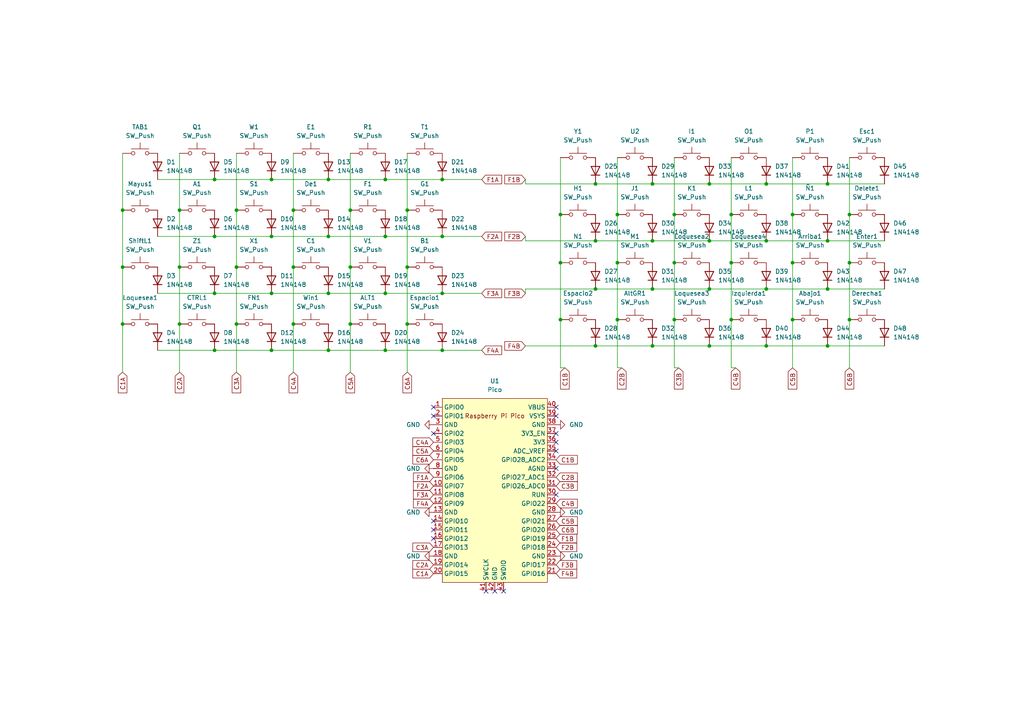
<source format=kicad_sch>
(kicad_sch (version 20231120) (generator "eeschema") (generator_version "8.0")
  (paper "A4")
  (title_block (title "ButtonBlaster Keypad") (date "2025-02-19") (rev "1"))
  (lib_symbols
    (symbol "Diode:1N4148" (pin_numbers hide) (pin_names hide)
      (property "Reference" "D" (at 0 2.54 0))
      (property "Value" "1N4148" (at 0 -2.54 0))
      (symbol "1N4148_1_1"
        (pin passive line (at -3.81 0 0) (length 2.54) (name "K") (number "1"))
        (pin passive line (at 3.81 0 180) (length 2.54) (name "A") (number "2"))
      )
    )
    (symbol "MCU_RaspberryPi_and_Boards:Pico"
      (property "Reference" "U" (at -13.97 27.94 0))
      (property "Value" "Pico" (at 0 19.05 0))
      (symbol "Pico_0_0"
        (text "Raspberry Pi Pico" (at 0 21.59 0) (effects (font (size 1.27 1.27))))
      )
      (symbol "Pico_1_1"
        (pin bidirectional line (at -17.78 24.13 0) (length 2.54) (name "GPIO0") (number "1"))
        (pin bidirectional line (at -17.78 1.27 0) (length 2.54) (name "GPIO7") (number "10"))
        (pin bidirectional line (at -17.78 -1.27 0) (length 2.54) (name "GPIO8") (number "11"))
        (pin bidirectional line (at -17.78 -3.81 0) (length 2.54) (name "GPIO9") (number "12"))
        (pin power_in line (at -17.78 -6.35 0) (length 2.54) (name "GND") (number "13"))
        (pin bidirectional line (at -17.78 -8.89 0) (length 2.54) (name "GPIO10") (number "14"))
        (pin bidirectional line (at -17.78 -11.43 0) (length 2.54) (name "GPIO11") (number "15"))
        (pin bidirectional line (at -17.78 -13.97 0) (length 2.54) (name "GPIO12") (number "16"))
        (pin bidirectional line (at -17.78 -16.51 0) (length 2.54) (name "GPIO13") (number "17"))
        (pin power_in line (at -17.78 -19.05 0) (length 2.54) (name "GND") (number "18"))
        (pin bidirectional line (at -17.78 -21.59 0) (length 2.54) (name "GPIO14") (number "19"))
        (pin bidirectional line (at -17.78 21.59 0) (length 2.54) (name "GPIO1") (number "2"))
        (pin bidirectional line (at -17.78 -24.13 0) (length 2.54) (name "GPIO15") (number "20"))
        (pin bidirectional line (at 17.78 -24.13 180) (length 2.54) (name "GPIO16") (number "21"))
        (pin bidirectional line (at 17.78 -21.59 180) (length 2.54) (name "GPIO17") (number "22"))
        (pin power_in line (at 17.78 -19.05 180) (length 2.54) (name "GND") (number "23"))
        (pin bidirectional line (at 17.78 -16.51 180) (length 2.54) (name "GPIO18") (number "24"))
        (pin bidirectional line (at 17.78 -13.97 180) (length 2.54) (name "GPIO19") (number "25"))
        (pin bidirectional line (at 17.78 -11.43 180) (length 2.54) (name "GPIO20") (number "26"))
        (pin bidirectional line (at 17.78 -8.89 180) (length 2.54) (name "GPIO21") (number "27"))
        (pin power_in line (at 17.78 -6.35 180) (length 2.54) (name "GND") (number "28"))
        (pin bidirectional line (at 17.78 -3.81 180) (length 2.54) (name "GPIO22") (number "29"))
        (pin power_in line (at -17.78 19.05 0) (length 2.54) (name "GND") (number "3"))
        (pin input line (at 17.78 -1.27 180) (length 2.54) (name "RUN") (number "30"))
        (pin bidirectional line (at 17.78 1.27 180) (length 2.54) (name "GPIO26_ADC0") (number "31"))
        (pin bidirectional line (at 17.78 3.81 180) (length 2.54) (name "GPIO27_ADC1") (number "32"))
        (pin power_in line (at 17.78 6.35 180) (length 2.54) (name "AGND") (number "33"))
        (pin bidirectional line (at 17.78 8.89 180) (length 2.54) (name "GPIO28_ADC2") (number "34"))
        (pin power_in line (at 17.78 11.43 180) (length 2.54) (name "ADC_VREF") (number "35"))
        (pin power_in line (at 17.78 13.97 180) (length 2.54) (name "3V3") (number "36"))
        (pin input line (at 17.78 16.51 180) (length 2.54) (name "3V3_EN") (number "37"))
        (pin bidirectional line (at 17.78 19.05 180) (length 2.54) (name "GND") (number "38"))
        (pin power_in line (at 17.78 21.59 180) (length 2.54) (name "VSYS") (number "39"))
        (pin bidirectional line (at -17.78 16.51 0) (length 2.54) (name "GPIO2") (number "4"))
        (pin power_in line (at 17.78 24.13 180) (length 2.54) (name "VBUS") (number "40"))
        (pin input line (at -2.54 -29.21 90) (length 2.54) (name "SWCLK") (number "41"))
        (pin power_in line (at 0 -29.21 90) (length 2.54) (name "GND") (number "42"))
        (pin bidirectional line (at 2.54 -29.21 90) (length 2.54) (name "SWDIO") (number "43"))
        (pin bidirectional line (at -17.78 13.97 0) (length 2.54) (name "GPIO3") (number "5"))
        (pin bidirectional line (at -17.78 11.43 0) (length 2.54) (name "GPIO4") (number "6"))
        (pin bidirectional line (at -17.78 8.89 0) (length 2.54) (name "GPIO5") (number "7"))
        (pin power_in line (at -17.78 6.35 0) (length 2.54) (name "GND") (number "8"))
        (pin bidirectional line (at -17.78 3.81 0) (length 2.54) (name "GPIO6") (number "9"))
      )
    )
    (symbol "Switch:SW_Push" (pin_numbers hide) (pin_names (offset 1.016) hide)
      (property "Reference" "SW" (at 1.27 2.54 0))
      (property "Value" "SW_Push" (at 0 -1.524 0))
      (symbol "SW_Push_0_1"
        (pin passive line (at -5.08 0 0) (length 2.54) (name "1") (number "1"))
        (pin passive line (at 5.08 0 180) (length 2.54) (name "2") (number "2"))
      )
    )
    (symbol "power:GND" (power) (pin_numbers hide) (pin_names (offset 0) hide)
      (property "Value" "GND" (at 0 -3.81 0))
      (symbol "GND_1_1"
        (pin power_in line (at 0 0 270) (length 0) (name "~") (number "1"))
      )
    )
  )
  (junction (at 95.25 101.6))
  (junction (at 52.07 60.96))
  (junction (at 212.09 92.71))
  (junction (at 128.27 68.58))
  (junction (at 229.87 76.2))
  (junction (at 246.38 92.71))
  (junction (at 205.74 100.33))
  (junction (at 35.56 60.96))
  (junction (at 172.72 83.82))
  (junction (at 195.58 76.2))
  (junction (at 78.74 101.6))
  (junction (at 62.23 101.6))
  (junction (at 179.07 62.23))
  (junction (at 172.72 53.34))
  (junction (at 205.74 69.85))
  (junction (at 189.23 53.34))
  (junction (at 52.07 93.98))
  (junction (at 101.6 60.96))
  (junction (at 111.76 52.07))
  (junction (at 195.58 92.71))
  (junction (at 205.74 83.82))
  (junction (at 179.07 76.2))
  (junction (at 85.09 93.98))
  (junction (at 195.58 62.23))
  (junction (at 240.03 83.82))
  (junction (at 189.23 83.82))
  (junction (at 85.09 60.96))
  (junction (at 118.11 77.47))
  (junction (at 35.56 93.98))
  (junction (at 111.76 101.6))
  (junction (at 222.25 53.34))
  (junction (at 229.87 62.23))
  (junction (at 111.76 85.09))
  (junction (at 128.27 101.6))
  (junction (at 222.25 83.82))
  (junction (at 212.09 62.23))
  (junction (at 68.58 93.98))
  (junction (at 78.74 68.58))
  (junction (at 222.25 100.33))
  (junction (at 229.87 92.71))
  (junction (at 128.27 52.07))
  (junction (at 111.76 68.58))
  (junction (at 118.11 93.98))
  (junction (at 95.25 52.07))
  (junction (at 35.56 77.47))
  (junction (at 95.25 68.58))
  (junction (at 128.27 85.09))
  (junction (at 172.72 69.85))
  (junction (at 52.07 77.47))
  (junction (at 212.09 76.2))
  (junction (at 68.58 60.96))
  (junction (at 101.6 93.98))
  (junction (at 246.38 62.23))
  (junction (at 68.58 77.47))
  (junction (at 179.07 92.71))
  (junction (at 162.56 92.71))
  (junction (at 172.72 100.33))
  (junction (at 162.56 76.2))
  (junction (at 62.23 85.09))
  (junction (at 246.38 76.2))
  (junction (at 78.74 52.07))
  (junction (at 189.23 100.33))
  (junction (at 240.03 53.34))
  (junction (at 62.23 52.07))
  (junction (at 189.23 69.85))
  (junction (at 118.11 60.96))
  (junction (at 101.6 77.47))
  (junction (at 240.03 69.85))
  (junction (at 162.56 62.23))
  (junction (at 205.74 53.34))
  (junction (at 78.74 85.09))
  (junction (at 222.25 69.85))
  (junction (at 85.09 77.47))
  (junction (at 62.23 68.58))
  (junction (at 95.25 85.09))
  (junction (at 240.03 100.33))
  (no_connect (at 161.29 143.51))
  (no_connect (at 161.29 125.73))
  (no_connect (at 161.29 128.27))
  (no_connect (at 125.73 156.21))
  (no_connect (at 161.29 130.81))
  (no_connect (at 140.97 171.45))
  (no_connect (at 143.51 171.45))
  (no_connect (at 161.29 120.65))
  (no_connect (at 125.73 125.73))
  (no_connect (at 161.29 135.89))
  (no_connect (at 125.73 118.11))
  (no_connect (at 161.29 118.11))
  (no_connect (at 125.73 120.65))
  (no_connect (at 146.05 171.45))
  (no_connect (at 125.73 153.67))
  (no_connect (at 125.73 151.13))
  (wire (pts (xy 195.58 92.71) (xy 195.58 106.68)))
  (wire (pts (xy 78.74 68.58) (xy 95.25 68.58)))
  (wire (pts (xy 85.09 60.96) (xy 85.09 77.47)))
  (wire (pts (xy 162.56 62.23) (xy 162.56 76.2)))
  (wire (pts (xy 95.25 52.07) (xy 111.76 52.07)))
  (wire (pts (xy 246.38 76.2) (xy 246.38 92.71)))
  (wire (pts (xy 52.07 77.47) (xy 52.07 93.98)))
  (wire (pts (xy 68.58 93.98) (xy 68.58 107.95)))
  (wire (pts (xy 45.72 52.07) (xy 62.23 52.07)))
  (wire (pts (xy 52.07 60.96) (xy 52.07 77.47)))
  (wire (pts (xy 162.56 76.2) (xy 162.56 92.71)))
  (wire (pts (xy 128.27 68.58) (xy 139.7 68.58)))
  (wire (pts (xy 68.58 60.96) (xy 68.58 77.47)))
  (wire (pts (xy 195.58 106.68) (xy 196.85 106.68)))
  (wire (pts (xy 222.25 100.33) (xy 240.03 100.33)))
  (wire (pts (xy 35.56 77.47) (xy 35.56 93.98)))
  (wire (pts (xy 152.4 100.33) (xy 172.72 100.33)))
  (wire (pts (xy 172.72 53.34) (xy 189.23 53.34)))
  (wire (pts (xy 101.6 77.47) (xy 101.6 93.98)))
  (wire (pts (xy 62.23 52.07) (xy 78.74 52.07)))
  (wire (pts (xy 172.72 69.85) (xy 152.4 69.85)))
  (wire (pts (xy 189.23 100.33) (xy 205.74 100.33)))
  (wire (pts (xy 189.23 53.34) (xy 205.74 53.34)))
  (wire (pts (xy 45.72 68.58) (xy 62.23 68.58)))
  (wire (pts (xy 172.72 53.34) (xy 152.4 53.34)))
  (wire (pts (xy 62.23 101.6) (xy 78.74 101.6)))
  (wire (pts (xy 35.56 93.98) (xy 35.56 107.95)))
  (wire (pts (xy 162.56 92.71) (xy 162.56 106.68)))
  (wire (pts (xy 101.6 93.98) (xy 101.6 107.95)))
  (wire (pts (xy 240.03 69.85) (xy 256.54 69.85)))
  (wire (pts (xy 128.27 101.6) (xy 139.7 101.6)))
  (wire (pts (xy 152.4 83.82) (xy 152.4 85.09)))
  (wire (pts (xy 212.09 76.2) (xy 212.09 92.71)))
  (wire (pts (xy 101.6 60.96) (xy 101.6 77.47)))
  (wire (pts (xy 212.09 45.72) (xy 212.09 62.23)))
  (wire (pts (xy 195.58 45.72) (xy 195.58 62.23)))
  (wire (pts (xy 118.11 44.45) (xy 118.11 60.96)))
  (wire (pts (xy 111.76 68.58) (xy 128.27 68.58)))
  (wire (pts (xy 222.25 69.85) (xy 240.03 69.85)))
  (wire (pts (xy 152.4 53.34) (xy 152.4 52.07)))
  (wire (pts (xy 52.07 44.45) (xy 52.07 60.96)))
  (wire (pts (xy 118.11 93.98) (xy 118.11 107.95)))
  (wire (pts (xy 172.72 69.85) (xy 189.23 69.85)))
  (wire (pts (xy 229.87 92.71) (xy 229.87 106.68)))
  (wire (pts (xy 111.76 52.07) (xy 128.27 52.07)))
  (wire (pts (xy 179.07 76.2) (xy 179.07 92.71)))
  (wire (pts (xy 195.58 76.2) (xy 195.58 92.71)))
  (wire (pts (xy 172.72 83.82) (xy 189.23 83.82)))
  (wire (pts (xy 111.76 101.6) (xy 128.27 101.6)))
  (wire (pts (xy 229.87 62.23) (xy 229.87 76.2)))
  (wire (pts (xy 179.07 62.23) (xy 179.07 76.2)))
  (wire (pts (xy 240.03 53.34) (xy 256.54 53.34)))
  (wire (pts (xy 229.87 76.2) (xy 229.87 92.71)))
  (wire (pts (xy 212.09 92.71) (xy 212.09 106.68)))
  (wire (pts (xy 85.09 44.45) (xy 85.09 60.96)))
  (wire (pts (xy 111.76 85.09) (xy 128.27 85.09)))
  (wire (pts (xy 205.74 69.85) (xy 222.25 69.85)))
  (wire (pts (xy 62.23 68.58) (xy 78.74 68.58)))
  (wire (pts (xy 52.07 93.98) (xy 52.07 107.95)))
  (wire (pts (xy 179.07 106.68) (xy 180.34 106.68)))
  (wire (pts (xy 95.25 68.58) (xy 111.76 68.58)))
  (wire (pts (xy 118.11 60.96) (xy 118.11 77.47)))
  (wire (pts (xy 68.58 77.47) (xy 68.58 93.98)))
  (wire (pts (xy 85.09 93.98) (xy 85.09 107.95)))
  (wire (pts (xy 240.03 83.82) (xy 256.54 83.82)))
  (wire (pts (xy 128.27 85.09) (xy 139.7 85.09)))
  (wire (pts (xy 205.74 100.33) (xy 222.25 100.33)))
  (wire (pts (xy 101.6 44.45) (xy 101.6 60.96)))
  (wire (pts (xy 62.23 85.09) (xy 78.74 85.09)))
  (wire (pts (xy 95.25 101.6) (xy 111.76 101.6)))
  (wire (pts (xy 229.87 45.72) (xy 229.87 62.23)))
  (wire (pts (xy 179.07 45.72) (xy 179.07 62.23)))
  (wire (pts (xy 212.09 106.68) (xy 213.36 106.68)))
  (wire (pts (xy 85.09 77.47) (xy 85.09 93.98)))
  (wire (pts (xy 195.58 62.23) (xy 195.58 76.2)))
  (wire (pts (xy 152.4 68.58) (xy 152.4 69.85)))
  (wire (pts (xy 172.72 100.33) (xy 189.23 100.33)))
  (wire (pts (xy 246.38 92.71) (xy 246.38 106.68)))
  (wire (pts (xy 246.38 62.23) (xy 246.38 76.2)))
  (wire (pts (xy 212.09 62.23) (xy 212.09 76.2)))
  (wire (pts (xy 45.72 85.09) (xy 62.23 85.09)))
  (wire (pts (xy 179.07 92.71) (xy 179.07 106.68)))
  (wire (pts (xy 128.27 52.07) (xy 139.7 52.07)))
  (wire (pts (xy 240.03 100.33) (xy 256.54 100.33)))
  (wire (pts (xy 78.74 101.6) (xy 95.25 101.6)))
  (wire (pts (xy 35.56 44.45) (xy 35.56 60.96)))
  (wire (pts (xy 95.25 85.09) (xy 111.76 85.09)))
  (wire (pts (xy 189.23 83.82) (xy 205.74 83.82)))
  (wire (pts (xy 222.25 53.34) (xy 240.03 53.34)))
  (wire (pts (xy 246.38 45.72) (xy 246.38 62.23)))
  (wire (pts (xy 162.56 106.68) (xy 163.83 106.68)))
  (wire (pts (xy 172.72 83.82) (xy 152.4 83.82)))
  (wire (pts (xy 162.56 45.72) (xy 162.56 62.23)))
  (wire (pts (xy 45.72 101.6) (xy 62.23 101.6)))
  (wire (pts (xy 78.74 52.07) (xy 95.25 52.07)))
  (wire (pts (xy 189.23 69.85) (xy 205.74 69.85)))
  (wire (pts (xy 78.74 85.09) (xy 95.25 85.09)))
  (wire (pts (xy 118.11 77.47) (xy 118.11 93.98)))
  (wire (pts (xy 205.74 53.34) (xy 222.25 53.34)))
  (wire (pts (xy 205.74 83.82) (xy 222.25 83.82)))
  (wire (pts (xy 222.25 83.82) (xy 240.03 83.82)))
  (wire (pts (xy 68.58 44.45) (xy 68.58 60.96)))
  (wire (pts (xy 35.56 60.96) (xy 35.56 77.47)))
  (global_label "C5A" (shape input) (at 101.6 107.95 270) (property "Intersheetrefs" "${INTERSHEET_REFS}" (effects (hide yes))))
  (global_label "F3A" (shape input) (at 139.7 85.09 0) (property "Intersheetrefs" "${INTERSHEET_REFS}" (effects (hide yes))))
  (global_label "C1B" (shape input) (at 163.83 106.68 270) (property "Intersheetrefs" "${INTERSHEET_REFS}" (effects (hide yes))))
  (global_label "F4B" (shape input) (at 152.4 100.33 180) (property "Intersheetrefs" "${INTERSHEET_REFS}" (effects (hide yes))))
  (global_label "F1B" (shape input) (at 152.4 52.07 180) (property "Intersheetrefs" "${INTERSHEET_REFS}" (effects (hide yes))))
  (global_label "F3B" (shape input) (at 152.4 85.09 180) (property "Intersheetrefs" "${INTERSHEET_REFS}" (effects (hide yes))))
  (global_label "F4A" (shape input) (at 125.73 146.05 180) (property "Intersheetrefs" "${INTERSHEET_REFS}" (effects (hide yes))))
  (global_label "C3B" (shape input) (at 196.85 106.68 270) (property "Intersheetrefs" "${INTERSHEET_REFS}" (effects (hide yes))))
  (global_label "F4B" (shape input) (at 161.29 166.37 0) (property "Intersheetrefs" "${INTERSHEET_REFS}" (effects (hide yes))))
  (global_label "F3B" (shape input) (at 161.29 163.83 0) (property "Intersheetrefs" "${INTERSHEET_REFS}" (effects (hide yes))))
  (global_label "C4A" (shape input) (at 85.09 107.95 270) (property "Intersheetrefs" "${INTERSHEET_REFS}" (effects (hide yes))))
  (global_label "C2A" (shape input) (at 52.07 107.95 270) (property "Intersheetrefs" "${INTERSHEET_REFS}" (effects (hide yes))))
  (global_label "C2B" (shape input) (at 180.34 106.68 270) (property "Intersheetrefs" "${INTERSHEET_REFS}" (effects (hide yes))))
  (global_label "C3A" (shape input) (at 68.58 107.95 270) (property "Intersheetrefs" "${INTERSHEET_REFS}" (effects (hide yes))))
  (global_label "C3B" (shape input) (at 161.29 140.97 0) (property "Intersheetrefs" "${INTERSHEET_REFS}" (effects (hide yes))))
  (global_label "C3A" (shape input) (at 125.73 158.75 180) (property "Intersheetrefs" "${INTERSHEET_REFS}" (effects (hide yes))))
  (global_label "C5B" (shape input) (at 229.87 106.68 270) (property "Intersheetrefs" "${INTERSHEET_REFS}" (effects (hide yes))))
  (global_label "C4B" (shape input) (at 161.29 146.05 0) (property "Intersheetrefs" "${INTERSHEET_REFS}" (effects (hide yes))))
  (global_label "C4A" (shape input) (at 125.73 128.27 180) (property "Intersheetrefs" "${INTERSHEET_REFS}" (effects (hide yes))))
  (global_label "F1A" (shape input) (at 125.73 138.43 180) (property "Intersheetrefs" "${INTERSHEET_REFS}" (effects (hide yes))))
  (global_label "C2B" (shape input) (at 161.29 138.43 0) (property "Intersheetrefs" "${INTERSHEET_REFS}" (effects (hide yes))))
  (global_label "C1A" (shape input) (at 35.56 107.95 270) (property "Intersheetrefs" "${INTERSHEET_REFS}" (effects (hide yes))))
  (global_label "F2B" (shape input) (at 152.4 68.58 180) (property "Intersheetrefs" "${INTERSHEET_REFS}" (effects (hide yes))))
  (global_label "C1B" (shape input) (at 161.29 133.35 0) (property "Intersheetrefs" "${INTERSHEET_REFS}" (effects (hide yes))))
  (global_label "C6B" (shape input) (at 246.38 106.68 270) (property "Intersheetrefs" "${INTERSHEET_REFS}" (effects (hide yes))))
  (global_label "C2A" (shape input) (at 125.73 163.83 180) (property "Intersheetrefs" "${INTERSHEET_REFS}" (effects (hide yes))))
  (global_label "F1A" (shape input) (at 139.7 52.07 0) (property "Intersheetrefs" "${INTERSHEET_REFS}" (effects (hide yes))))
  (global_label "F1B" (shape input) (at 161.29 156.21 0) (property "Intersheetrefs" "${INTERSHEET_REFS}" (effects (hide yes))))
  (global_label "C5B" (shape input) (at 161.29 151.13 0) (property "Intersheetrefs" "${INTERSHEET_REFS}" (effects (hide yes))))
  (global_label "C1A" (shape input) (at 125.73 166.37 180) (property "Intersheetrefs" "${INTERSHEET_REFS}" (effects (hide yes))))
  (global_label "F3A" (shape input) (at 125.73 143.51 180) (property "Intersheetrefs" "${INTERSHEET_REFS}" (effects (hide yes))))
  (global_label "F2A" (shape input) (at 139.7 68.58 0) (property "Intersheetrefs" "${INTERSHEET_REFS}" (effects (hide yes))))
  (global_label "C6B" (shape input) (at 161.29 153.67 0) (property "Intersheetrefs" "${INTERSHEET_REFS}" (effects (hide yes))))
  (global_label "C6A" (shape input) (at 125.73 133.35 180) (property "Intersheetrefs" "${INTERSHEET_REFS}" (effects (hide yes))))
  (global_label "C5A" (shape input) (at 125.73 130.81 180) (property "Intersheetrefs" "${INTERSHEET_REFS}" (effects (hide yes))))
  (global_label "F2B" (shape input) (at 161.29 158.75 0) (property "Intersheetrefs" "${INTERSHEET_REFS}" (effects (hide yes))))
  (global_label "C6A" (shape input) (at 118.11 107.95 270) (property "Intersheetrefs" "${INTERSHEET_REFS}" (effects (hide yes))))
  (global_label "C4B" (shape input) (at 213.36 106.68 270) (property "Intersheetrefs" "${INTERSHEET_REFS}" (effects (hide yes))))
  (global_label "F2A" (shape input) (at 125.73 140.97 180) (property "Intersheetrefs" "${INTERSHEET_REFS}" (effects (hide yes))))
  (global_label "F4A" (shape input) (at 139.7 101.6 0) (property "Intersheetrefs" "${INTERSHEET_REFS}" (effects (hide yes))))
  (symbol (lib_id "Switch:SW_Push") (at 200.66 62.23 0) (unit 1)
    (property "Reference" "K1" (at 200.66 54.61 0))
    (property "Value" "SW_Push" (at 200.66 57.15 0))
    (property "Footprint" "Button_Switch_Keyboard:SW_Cherry_MX_1.00u_PCB" (effects (hide yes)))
    (property "Description" "Push button switch, generic, two pins" (effects (hide yes)))
  )
  (symbol (lib_id "Switch:SW_Push") (at 40.64 60.96 0) (unit 1)
    (property "Reference" "Mayus1" (at 40.64 53.34 0))
    (property "Value" "SW_Push" (at 40.64 55.88 0))
    (property "Footprint" "Button_Switch_Keyboard:SW_Cherry_MX_1.00u_PCB" (effects (hide yes)))
    (property "Description" "Push button switch, generic, two pins" (effects (hide yes)))
  )
  (symbol (lib_id "Switch:SW_Push") (at 167.64 92.71 0) (unit 1)
    (property "Reference" "Espacio2" (at 167.64 85.09 0))
    (property "Value" "SW_Push" (at 167.64 87.63 0))
    (property "Footprint" "Button_Switch_Keyboard:SW_Cherry_MX_1.00u_PCB" (effects (hide yes)))
    (property "Description" "Push button switch, generic, two pins" (effects (hide yes)))
  )
  (symbol (lib_id "Diode:1N4148") (at 189.23 96.52 90) (unit 1)
    (property "Reference" "D32" (at 191.77 95.2499 90) (effects (justify right)))
    (property "Value" "1N4148" (at 191.77 97.7899 90) (effects (justify right)))
    (property "Footprint" "Diode_THT:D_DO-35_SOD27_P7.62mm_Horizontal" (effects (hide yes)))
    (property "Datasheet" "https://assets.nexperia.com/documents/data-sheet/1N4148_1N4448.pdf" (effects (hide yes)))
    (property "Description" "100V 0.15A standard switching diode, DO-35" (effects (hide yes)))
    (property "Sim.Device" "D" (effects (hide yes)))
    (property "Sim.Pins" "1=K 2=A" (effects (hide yes)))
  )
  (symbol (lib_id "power:GND") (at 125.73 161.29 270) (unit 1)
    (property "Reference" "#PWR04" (effects (hide yes)))
    (property "Value" "GND" (at 121.92 161.2899 90) (effects (justify right)))
    (property "Description" "Power symbol creates a global label with name \"GND\" , ground" (effects (hide yes)))
  )
  (symbol (lib_id "Diode:1N4148") (at 256.54 49.53 90) (unit 1)
    (property "Reference" "D45" (at 259.08 48.2599 90) (effects (justify right)))
    (property "Value" "1N4148" (at 259.08 50.7999 90) (effects (justify right)))
    (property "Footprint" "Diode_THT:D_DO-35_SOD27_P7.62mm_Horizontal" (effects (hide yes)))
    (property "Datasheet" "https://assets.nexperia.com/documents/data-sheet/1N4148_1N4448.pdf" (effects (hide yes)))
    (property "Description" "100V 0.15A standard switching diode, DO-35" (effects (hide yes)))
    (property "Sim.Device" "D" (effects (hide yes)))
    (property "Sim.Pins" "1=K 2=A" (effects (hide yes)))
  )
  (symbol (lib_id "Switch:SW_Push") (at 123.19 60.96 0) (unit 1)
    (property "Reference" "G1" (at 123.19 53.34 0))
    (property "Value" "SW_Push" (at 123.19 55.88 0))
    (property "Footprint" "Button_Switch_Keyboard:SW_Cherry_MX_1.00u_PCB" (effects (hide yes)))
    (property "Description" "Push button switch, generic, two pins" (effects (hide yes)))
  )
  (symbol (lib_id "Switch:SW_Push") (at 123.19 77.47 0) (unit 1)
    (property "Reference" "B1" (at 123.19 69.85 0))
    (property "Value" "SW_Push" (at 123.19 72.39 0))
    (property "Footprint" "Button_Switch_Keyboard:SW_Cherry_MX_1.00u_PCB" (effects (hide yes)))
    (property "Description" "Push button switch, generic, two pins" (effects (hide yes)))
  )
  (symbol (lib_id "Diode:1N4148") (at 222.25 80.01 90) (unit 1)
    (property "Reference" "D39" (at 224.79 78.7399 90) (effects (justify right)))
    (property "Value" "1N4148" (at 224.79 81.2799 90) (effects (justify right)))
    (property "Footprint" "Diode_THT:D_DO-35_SOD27_P7.62mm_Horizontal" (effects (hide yes)))
    (property "Datasheet" "https://assets.nexperia.com/documents/data-sheet/1N4148_1N4448.pdf" (effects (hide yes)))
    (property "Description" "100V 0.15A standard switching diode, DO-35" (effects (hide yes)))
    (property "Sim.Device" "D" (effects (hide yes)))
    (property "Sim.Pins" "1=K 2=A" (effects (hide yes)))
  )
  (symbol (lib_id "Switch:SW_Push") (at 217.17 45.72 0) (unit 1)
    (property "Reference" "O1" (at 217.17 38.1 0))
    (property "Value" "SW_Push" (at 217.17 40.64 0))
    (property "Footprint" "Button_Switch_Keyboard:SW_Cherry_MX_1.00u_PCB" (effects (hide yes)))
    (property "Description" "Push button switch, generic, two pins" (effects (hide yes)))
  )
  (symbol (lib_id "Switch:SW_Push") (at 234.95 45.72 0) (unit 1)
    (property "Reference" "P1" (at 234.95 38.1 0))
    (property "Value" "SW_Push" (at 234.95 40.64 0))
    (property "Footprint" "Button_Switch_Keyboard:SW_Cherry_MX_1.00u_PCB" (effects (hide yes)))
    (property "Description" "Push button switch, generic, two pins" (effects (hide yes)))
  )
  (symbol (lib_id "Switch:SW_Push") (at 234.95 92.71 0) (unit 1)
    (property "Reference" "Abajo1" (at 234.95 85.09 0))
    (property "Value" "SW_Push" (at 234.95 87.63 0))
    (property "Footprint" "Button_Switch_Keyboard:SW_Cherry_MX_1.00u_PCB" (effects (hide yes)))
    (property "Description" "Push button switch, generic, two pins" (effects (hide yes)))
  )
  (symbol (lib_id "Diode:1N4148") (at 62.23 97.79 90) (unit 1)
    (property "Reference" "D8" (at 64.77 96.5199 90) (effects (justify right)))
    (property "Value" "1N4148" (at 64.77 99.0599 90) (effects (justify right)))
    (property "Footprint" "Diode_THT:D_DO-35_SOD27_P7.62mm_Horizontal" (effects (hide yes)))
    (property "Datasheet" "https://assets.nexperia.com/documents/data-sheet/1N4148_1N4448.pdf" (effects (hide yes)))
    (property "Description" "100V 0.15A standard switching diode, DO-35" (effects (hide yes)))
    (property "Sim.Device" "D" (effects (hide yes)))
    (property "Sim.Pins" "1=K 2=A" (effects (hide yes)))
  )
  (symbol (lib_id "Switch:SW_Push") (at 200.66 92.71 0) (unit 1)
    (property "Reference" "Loquesea3" (at 200.66 85.09 0))
    (property "Value" "SW_Push" (at 200.66 87.63 0))
    (property "Footprint" "Button_Switch_Keyboard:SW_Cherry_MX_1.00u_PCB" (effects (hide yes)))
    (property "Description" "Push button switch, generic, two pins" (effects (hide yes)))
  )
  (symbol (lib_id "Switch:SW_Push") (at 251.46 45.72 0) (unit 1)
    (property "Reference" "Esc1" (at 251.46 38.1 0))
    (property "Value" "SW_Push" (at 251.46 40.64 0))
    (property "Footprint" "Button_Switch_Keyboard:SW_Cherry_MX_1.00u_PCB" (effects (hide yes)))
    (property "Description" "Push button switch, generic, two pins" (effects (hide yes)))
  )
  (symbol (lib_id "Diode:1N4148") (at 45.72 97.79 90) (unit 1)
    (property "Reference" "D4" (at 48.26 96.5199 90) (effects (justify right)))
    (property "Value" "1N4148" (at 48.26 99.0599 90) (effects (justify right)))
    (property "Footprint" "Diode_THT:D_DO-35_SOD27_P7.62mm_Horizontal" (effects (hide yes)))
    (property "Datasheet" "https://assets.nexperia.com/documents/data-sheet/1N4148_1N4448.pdf" (effects (hide yes)))
    (property "Description" "100V 0.15A standard switching diode, DO-35" (effects (hide yes)))
    (property "Sim.Device" "D" (effects (hide yes)))
    (property "Sim.Pins" "1=K 2=A" (effects (hide yes)))
  )
  (symbol (lib_id "Switch:SW_Push") (at 106.68 93.98 0) (unit 1)
    (property "Reference" "ALT1" (at 106.68 86.36 0))
    (property "Value" "SW_Push" (at 106.68 88.9 0))
    (property "Footprint" "Button_Switch_Keyboard:SW_Cherry_MX_1.00u_PCB" (effects (hide yes)))
    (property "Description" "Push button switch, generic, two pins" (effects (hide yes)))
  )
  (symbol (lib_id "Diode:1N4148") (at 45.72 81.28 90) (unit 1)
    (property "Reference" "D3" (at 48.26 80.0099 90) (effects (justify right)))
    (property "Value" "1N4148" (at 48.26 82.5499 90) (effects (justify right)))
    (property "Footprint" "Diode_THT:D_DO-35_SOD27_P7.62mm_Horizontal" (effects (hide yes)))
    (property "Datasheet" "https://assets.nexperia.com/documents/data-sheet/1N4148_1N4448.pdf" (effects (hide yes)))
    (property "Description" "100V 0.15A standard switching diode, DO-35" (effects (hide yes)))
    (property "Sim.Device" "D" (effects (hide yes)))
    (property "Sim.Pins" "1=K 2=A" (effects (hide yes)))
  )
  (symbol (lib_id "Diode:1N4148") (at 78.74 64.77 90) (unit 1)
    (property "Reference" "D10" (at 81.28 63.4999 90) (effects (justify right)))
    (property "Value" "1N4148" (at 81.28 66.0399 90) (effects (justify right)))
    (property "Footprint" "Diode_THT:D_DO-35_SOD27_P7.62mm_Horizontal" (effects (hide yes)))
    (property "Datasheet" "https://assets.nexperia.com/documents/data-sheet/1N4148_1N4448.pdf" (effects (hide yes)))
    (property "Description" "100V 0.15A standard switching diode, DO-35" (effects (hide yes)))
    (property "Sim.Device" "D" (effects (hide yes)))
    (property "Sim.Pins" "1=K 2=A" (effects (hide yes)))
  )
  (symbol (lib_id "Diode:1N4148") (at 128.27 81.28 90) (unit 1)
    (property "Reference" "D23" (at 130.81 80.0099 90) (effects (justify right)))
    (property "Value" "1N4148" (at 130.81 82.5499 90) (effects (justify right)))
    (property "Footprint" "Diode_THT:D_DO-35_SOD27_P7.62mm_Horizontal" (effects (hide yes)))
    (property "Datasheet" "https://assets.nexperia.com/documents/data-sheet/1N4148_1N4448.pdf" (effects (hide yes)))
    (property "Description" "100V 0.15A standard switching diode, DO-35" (effects (hide yes)))
    (property "Sim.Device" "D" (effects (hide yes)))
    (property "Sim.Pins" "1=K 2=A" (effects (hide yes)))
  )
  (symbol (lib_id "Switch:SW_Push") (at 40.64 93.98 0) (unit 1)
    (property "Reference" "Loquesea1" (at 40.64 86.36 0))
    (property "Value" "SW_Push" (at 40.64 88.9 0))
    (property "Footprint" "Button_Switch_Keyboard:SW_Cherry_MX_1.00u_PCB" (effects (hide yes)))
    (property "Description" "Push button switch, generic, two pins" (effects (hide yes)))
  )
  (symbol (lib_id "Switch:SW_Push") (at 90.17 93.98 0) (unit 1)
    (property "Reference" "Win1" (at 90.17 86.36 0))
    (property "Value" "SW_Push" (at 90.17 88.9 0))
    (property "Footprint" "Button_Switch_Keyboard:SW_Cherry_MX_1.00u_PCB" (effects (hide yes)))
    (property "Description" "Push button switch, generic, two pins" (effects (hide yes)))
  )
  (symbol (lib_id "Switch:SW_Push") (at 200.66 45.72 0) (unit 1)
    (property "Reference" "I1" (at 200.66 38.1 0))
    (property "Value" "SW_Push" (at 200.66 40.64 0))
    (property "Footprint" "Button_Switch_Keyboard:SW_Cherry_MX_1.00u_PCB" (effects (hide yes)))
    (property "Description" "Push button switch, generic, two pins" (effects (hide yes)))
  )
  (symbol (lib_id "Switch:SW_Push") (at 217.17 92.71 0) (unit 1)
    (property "Reference" "Izquierda1" (at 217.17 85.09 0))
    (property "Value" "SW_Push" (at 217.17 87.63 0))
    (property "Footprint" "Button_Switch_Keyboard:SW_Cherry_MX_1.00u_PCB" (effects (hide yes)))
    (property "Description" "Push button switch, generic, two pins" (effects (hide yes)))
  )
  (symbol (lib_id "Diode:1N4148") (at 189.23 80.01 90) (unit 1)
    (property "Reference" "D31" (at 191.77 78.7399 90) (effects (justify right)))
    (property "Value" "1N4148" (at 191.77 81.2799 90) (effects (justify right)))
    (property "Footprint" "Diode_THT:D_DO-35_SOD27_P7.62mm_Horizontal" (effects (hide yes)))
    (property "Datasheet" "https://assets.nexperia.com/documents/data-sheet/1N4148_1N4448.pdf" (effects (hide yes)))
    (property "Description" "100V 0.15A standard switching diode, DO-35" (effects (hide yes)))
    (property "Sim.Device" "D" (effects (hide yes)))
    (property "Sim.Pins" "1=K 2=A" (effects (hide yes)))
  )
  (symbol (lib_id "Diode:1N4148") (at 172.72 66.04 90) (unit 1)
    (property "Reference" "D26" (at 175.26 64.7699 90) (effects (justify right)))
    (property "Value" "1N4148" (at 175.26 67.3099 90) (effects (justify right)))
    (property "Footprint" "Diode_THT:D_DO-35_SOD27_P7.62mm_Horizontal" (effects (hide yes)))
    (property "Datasheet" "https://assets.nexperia.com/documents/data-sheet/1N4148_1N4448.pdf" (effects (hide yes)))
    (property "Description" "100V 0.15A standard switching diode, DO-35" (effects (hide yes)))
    (property "Sim.Device" "D" (effects (hide yes)))
    (property "Sim.Pins" "1=K 2=A" (effects (hide yes)))
  )
  (symbol (lib_id "Diode:1N4148") (at 205.74 80.01 90) (unit 1)
    (property "Reference" "D35" (at 208.28 78.7399 90) (effects (justify right)))
    (property "Value" "1N4148" (at 208.28 81.2799 90) (effects (justify right)))
    (property "Footprint" "Diode_THT:D_DO-35_SOD27_P7.62mm_Horizontal" (effects (hide yes)))
    (property "Datasheet" "https://assets.nexperia.com/documents/data-sheet/1N4148_1N4448.pdf" (effects (hide yes)))
    (property "Description" "100V 0.15A standard switching diode, DO-35" (effects (hide yes)))
    (property "Sim.Device" "D" (effects (hide yes)))
    (property "Sim.Pins" "1=K 2=A" (effects (hide yes)))
  )
  (symbol (lib_id "Switch:SW_Push") (at 106.68 60.96 0) (unit 1)
    (property "Reference" "F1" (at 106.68 53.34 0))
    (property "Value" "SW_Push" (at 106.68 55.88 0))
    (property "Footprint" "Button_Switch_Keyboard:SW_Cherry_MX_1.00u_PCB" (effects (hide yes)))
    (property "Description" "Push button switch, generic, two pins" (effects (hide yes)))
  )
  (symbol (lib_id "power:GND") (at 161.29 161.29 90) (unit 1)
    (property "Reference" "#PWR07" (effects (hide yes)))
    (property "Value" "GND" (at 165.1 161.2899 90) (effects (justify right)))
    (property "Description" "Power symbol creates a global label with name \"GND\" , ground" (effects (hide yes)))
  )
  (symbol (lib_id "Diode:1N4148") (at 256.54 80.01 90) (unit 1)
    (property "Reference" "D47" (at 259.08 78.7399 90) (effects (justify right)))
    (property "Value" "1N4148" (at 259.08 81.2799 90) (effects (justify right)))
    (property "Footprint" "Diode_THT:D_DO-35_SOD27_P7.62mm_Horizontal" (effects (hide yes)))
    (property "Datasheet" "https://assets.nexperia.com/documents/data-sheet/1N4148_1N4448.pdf" (effects (hide yes)))
    (property "Description" "100V 0.15A standard switching diode, DO-35" (effects (hide yes)))
    (property "Sim.Device" "D" (effects (hide yes)))
    (property "Sim.Pins" "1=K 2=A" (effects (hide yes)))
  )
  (symbol (lib_id "Diode:1N4148") (at 95.25 81.28 90) (unit 1)
    (property "Reference" "D15" (at 97.79 80.0099 90) (effects (justify right)))
    (property "Value" "1N4148" (at 97.79 82.5499 90) (effects (justify right)))
    (property "Footprint" "Diode_THT:D_DO-35_SOD27_P7.62mm_Horizontal" (effects (hide yes)))
    (property "Datasheet" "https://assets.nexperia.com/documents/data-sheet/1N4148_1N4448.pdf" (effects (hide yes)))
    (property "Description" "100V 0.15A standard switching diode, DO-35" (effects (hide yes)))
    (property "Sim.Device" "D" (effects (hide yes)))
    (property "Sim.Pins" "1=K 2=A" (effects (hide yes)))
  )
  (symbol (lib_id "Diode:1N4148") (at 205.74 66.04 90) (unit 1)
    (property "Reference" "D34" (at 208.28 64.7699 90) (effects (justify right)))
    (property "Value" "1N4148" (at 208.28 67.3099 90) (effects (justify right)))
    (property "Footprint" "Diode_THT:D_DO-35_SOD27_P7.62mm_Horizontal" (effects (hide yes)))
    (property "Datasheet" "https://assets.nexperia.com/documents/data-sheet/1N4148_1N4448.pdf" (effects (hide yes)))
    (property "Description" "100V 0.15A standard switching diode, DO-35" (effects (hide yes)))
    (property "Sim.Device" "D" (effects (hide yes)))
    (property "Sim.Pins" "1=K 2=A" (effects (hide yes)))
  )
  (symbol (lib_id "Diode:1N4148") (at 45.72 48.26 90) (unit 1)
    (property "Reference" "D1" (at 48.26 46.9899 90) (effects (justify right)))
    (property "Value" "1N4148" (at 48.26 49.5299 90) (effects (justify right)))
    (property "Footprint" "Diode_THT:D_DO-35_SOD27_P7.62mm_Horizontal" (effects (hide yes)))
    (property "Datasheet" "https://assets.nexperia.com/documents/data-sheet/1N4148_1N4448.pdf" (effects (hide yes)))
    (property "Description" "100V 0.15A standard switching diode, DO-35" (effects (hide yes)))
    (property "Sim.Device" "D" (effects (hide yes)))
    (property "Sim.Pins" "1=K 2=A" (effects (hide yes)))
  )
  (symbol (lib_id "Switch:SW_Push") (at 73.66 60.96 0) (unit 1)
    (property "Reference" "S1" (at 73.66 53.34 0))
    (property "Value" "SW_Push" (at 73.66 55.88 0))
    (property "Footprint" "Button_Switch_Keyboard:SW_Cherry_MX_1.00u_PCB" (effects (hide yes)))
    (property "Description" "Push button switch, generic, two pins" (effects (hide yes)))
  )
  (symbol (lib_id "Diode:1N4148") (at 111.76 97.79 90) (unit 1)
    (property "Reference" "D20" (at 114.3 96.5199 90) (effects (justify right)))
    (property "Value" "1N4148" (at 114.3 99.0599 90) (effects (justify right)))
    (property "Footprint" "Diode_THT:D_DO-35_SOD27_P7.62mm_Horizontal" (effects (hide yes)))
    (property "Datasheet" "https://assets.nexperia.com/documents/data-sheet/1N4148_1N4448.pdf" (effects (hide yes)))
    (property "Description" "100V 0.15A standard switching diode, DO-35" (effects (hide yes)))
    (property "Sim.Device" "D" (effects (hide yes)))
    (property "Sim.Pins" "1=K 2=A" (effects (hide yes)))
  )
  (symbol (lib_id "power:GND") (at 125.73 123.19 270) (unit 1)
    (property "Reference" "#PWR01" (effects (hide yes)))
    (property "Value" "GND" (at 121.92 123.1899 90) (effects (justify right)))
    (property "Description" "Power symbol creates a global label with name \"GND\" , ground" (effects (hide yes)))
  )
  (symbol (lib_id "Diode:1N4148") (at 240.03 80.01 90) (unit 1)
    (property "Reference" "D43" (at 242.57 78.7399 90) (effects (justify right)))
    (property "Value" "1N4148" (at 242.57 81.2799 90) (effects (justify right)))
    (property "Footprint" "Diode_THT:D_DO-35_SOD27_P7.62mm_Horizontal" (effects (hide yes)))
    (property "Datasheet" "https://assets.nexperia.com/documents/data-sheet/1N4148_1N4448.pdf" (effects (hide yes)))
    (property "Description" "100V 0.15A standard switching diode, DO-35" (effects (hide yes)))
    (property "Sim.Device" "D" (effects (hide yes)))
    (property "Sim.Pins" "1=K 2=A" (effects (hide yes)))
  )
  (symbol (lib_id "Diode:1N4148") (at 78.74 81.28 90) (unit 1)
    (property "Reference" "D11" (at 81.28 80.0099 90) (effects (justify right)))
    (property "Value" "1N4148" (at 81.28 82.5499 90) (effects (justify right)))
    (property "Footprint" "Diode_THT:D_DO-35_SOD27_P7.62mm_Horizontal" (effects (hide yes)))
    (property "Datasheet" "https://assets.nexperia.com/documents/data-sheet/1N4148_1N4448.pdf" (effects (hide yes)))
    (property "Description" "100V 0.15A standard switching diode, DO-35" (effects (hide yes)))
    (property "Sim.Device" "D" (effects (hide yes)))
    (property "Sim.Pins" "1=K 2=A" (effects (hide yes)))
  )
  (symbol (lib_id "Switch:SW_Push") (at 57.15 60.96 0) (unit 1)
    (property "Reference" "A1" (at 57.15 53.34 0))
    (property "Value" "SW_Push" (at 57.15 55.88 0))
    (property "Footprint" "Button_Switch_Keyboard:SW_Cherry_MX_1.00u_PCB" (effects (hide yes)))
    (property "Description" "Push button switch, generic, two pins" (effects (hide yes)))
  )
  (symbol (lib_id "Diode:1N4148") (at 62.23 81.28 90) (unit 1)
    (property "Reference" "D7" (at 64.77 80.0099 90) (effects (justify right)))
    (property "Value" "1N4148" (at 64.77 82.5499 90) (effects (justify right)))
    (property "Footprint" "Diode_THT:D_DO-35_SOD27_P7.62mm_Horizontal" (effects (hide yes)))
    (property "Datasheet" "https://assets.nexperia.com/documents/data-sheet/1N4148_1N4448.pdf" (effects (hide yes)))
    (property "Description" "100V 0.15A standard switching diode, DO-35" (effects (hide yes)))
    (property "Sim.Device" "D" (effects (hide yes)))
    (property "Sim.Pins" "1=K 2=A" (effects (hide yes)))
  )
  (symbol (lib_id "Diode:1N4148") (at 205.74 49.53 90) (unit 1)
    (property "Reference" "D33" (at 208.28 48.2599 90) (effects (justify right)))
    (property "Value" "1N4148" (at 208.28 50.7999 90) (effects (justify right)))
    (property "Footprint" "Diode_THT:D_DO-35_SOD27_P7.62mm_Horizontal" (effects (hide yes)))
    (property "Datasheet" "https://assets.nexperia.com/documents/data-sheet/1N4148_1N4448.pdf" (effects (hide yes)))
    (property "Description" "100V 0.15A standard switching diode, DO-35" (effects (hide yes)))
    (property "Sim.Device" "D" (effects (hide yes)))
    (property "Sim.Pins" "1=K 2=A" (effects (hide yes)))
  )
  (symbol (lib_id "power:GND") (at 161.29 123.19 90) (unit 1)
    (property "Reference" "#PWR05" (effects (hide yes)))
    (property "Value" "GND" (at 165.1 123.1899 90) (effects (justify right)))
    (property "Description" "Power symbol creates a global label with name \"GND\" , ground" (effects (hide yes)))
  )
  (symbol (lib_id "Diode:1N4148") (at 205.74 96.52 90) (unit 1)
    (property "Reference" "D36" (at 208.28 95.2499 90) (effects (justify right)))
    (property "Value" "1N4148" (at 208.28 97.7899 90) (effects (justify right)))
    (property "Footprint" "Diode_THT:D_DO-35_SOD27_P7.62mm_Horizontal" (effects (hide yes)))
    (property "Datasheet" "https://assets.nexperia.com/documents/data-sheet/1N4148_1N4448.pdf" (effects (hide yes)))
    (property "Description" "100V 0.15A standard switching diode, DO-35" (effects (hide yes)))
    (property "Sim.Device" "D" (effects (hide yes)))
    (property "Sim.Pins" "1=K 2=A" (effects (hide yes)))
  )
  (symbol (lib_id "Diode:1N4148") (at 256.54 66.04 90) (unit 1)
    (property "Reference" "D46" (at 259.08 64.7699 90) (effects (justify right)))
    (property "Value" "1N4148" (at 259.08 67.3099 90) (effects (justify right)))
    (property "Footprint" "Diode_THT:D_DO-35_SOD27_P7.62mm_Horizontal" (effects (hide yes)))
    (property "Datasheet" "https://assets.nexperia.com/documents/data-sheet/1N4148_1N4448.pdf" (effects (hide yes)))
    (property "Description" "100V 0.15A standard switching diode, DO-35" (effects (hide yes)))
    (property "Sim.Device" "D" (effects (hide yes)))
    (property "Sim.Pins" "1=K 2=A" (effects (hide yes)))
  )
  (symbol (lib_id "Diode:1N4148") (at 256.54 96.52 90) (unit 1)
    (property "Reference" "D48" (at 259.08 95.2499 90) (effects (justify right)))
    (property "Value" "1N4148" (at 259.08 97.7899 90) (effects (justify right)))
    (property "Footprint" "Diode_THT:D_DO-35_SOD27_P7.62mm_Horizontal" (effects (hide yes)))
    (property "Datasheet" "https://assets.nexperia.com/documents/data-sheet/1N4148_1N4448.pdf" (effects (hide yes)))
    (property "Description" "100V 0.15A standard switching diode, DO-35" (effects (hide yes)))
    (property "Sim.Device" "D" (effects (hide yes)))
    (property "Sim.Pins" "1=K 2=A" (effects (hide yes)))
  )
  (symbol (lib_id "Diode:1N4148") (at 240.03 66.04 90) (unit 1)
    (property "Reference" "D42" (at 242.57 64.7699 90) (effects (justify right)))
    (property "Value" "1N4148" (at 242.57 67.3099 90) (effects (justify right)))
    (property "Footprint" "Diode_THT:D_DO-35_SOD27_P7.62mm_Horizontal" (effects (hide yes)))
    (property "Datasheet" "https://assets.nexperia.com/documents/data-sheet/1N4148_1N4448.pdf" (effects (hide yes)))
    (property "Description" "100V 0.15A standard switching diode, DO-35" (effects (hide yes)))
    (property "Sim.Device" "D" (effects (hide yes)))
    (property "Sim.Pins" "1=K 2=A" (effects (hide yes)))
  )
  (symbol (lib_id "power:GND") (at 161.29 148.59 90) (unit 1)
    (property "Reference" "#PWR06" (effects (hide yes)))
    (property "Value" "GND" (at 165.1 148.5899 90) (effects (justify right)))
    (property "Description" "Power symbol creates a global label with name \"GND\" , ground" (effects (hide yes)))
  )
  (symbol (lib_id "Switch:SW_Push") (at 40.64 77.47 0) (unit 1)
    (property "Reference" "ShiftL1" (at 40.64 69.85 0))
    (property "Value" "SW_Push" (at 40.64 72.39 0))
    (property "Footprint" "Button_Switch_Keyboard:SW_Cherry_MX_1.00u_PCB" (effects (hide yes)))
    (property "Description" "Push button switch, generic, two pins" (effects (hide yes)))
  )
  (symbol (lib_id "Diode:1N4148") (at 95.25 48.26 90) (unit 1)
    (property "Reference" "D13" (at 97.79 46.9899 90) (effects (justify right)))
    (property "Value" "1N4148" (at 97.79 49.5299 90) (effects (justify right)))
    (property "Footprint" "Diode_THT:D_DO-35_SOD27_P7.62mm_Horizontal" (effects (hide yes)))
    (property "Datasheet" "https://assets.nexperia.com/documents/data-sheet/1N4148_1N4448.pdf" (effects (hide yes)))
    (property "Description" "100V 0.15A standard switching diode, DO-35" (effects (hide yes)))
    (property "Sim.Device" "D" (effects (hide yes)))
    (property "Sim.Pins" "1=K 2=A" (effects (hide yes)))
  )
  (symbol (lib_id "Diode:1N4148") (at 222.25 66.04 90) (unit 1)
    (property "Reference" "D38" (at 224.79 64.7699 90) (effects (justify right)))
    (property "Value" "1N4148" (at 224.79 67.3099 90) (effects (justify right)))
    (property "Footprint" "Diode_THT:D_DO-35_SOD27_P7.62mm_Horizontal" (effects (hide yes)))
    (property "Datasheet" "https://assets.nexperia.com/documents/data-sheet/1N4148_1N4448.pdf" (effects (hide yes)))
    (property "Description" "100V 0.15A standard switching diode, DO-35" (effects (hide yes)))
    (property "Sim.Device" "D" (effects (hide yes)))
    (property "Sim.Pins" "1=K 2=A" (effects (hide yes)))
  )
  (symbol (lib_id "Diode:1N4148") (at 189.23 66.04 90) (unit 1)
    (property "Reference" "D30" (at 191.77 64.7699 90) (effects (justify right)))
    (property "Value" "1N4148" (at 191.77 67.3099 90) (effects (justify right)))
    (property "Footprint" "Diode_THT:D_DO-35_SOD27_P7.62mm_Horizontal" (effects (hide yes)))
    (property "Datasheet" "https://assets.nexperia.com/documents/data-sheet/1N4148_1N4448.pdf" (effects (hide yes)))
    (property "Description" "100V 0.15A standard switching diode, DO-35" (effects (hide yes)))
    (property "Sim.Device" "D" (effects (hide yes)))
    (property "Sim.Pins" "1=K 2=A" (effects (hide yes)))
  )
  (symbol (lib_id "Switch:SW_Push") (at 234.95 62.23 0) (unit 1)
    (property "Reference" "Ñ1" (at 234.95 54.61 0))
    (property "Value" "SW_Push" (at 234.95 57.15 0))
    (property "Footprint" "Button_Switch_Keyboard:SW_Cherry_MX_1.00u_PCB" (effects (hide yes)))
    (property "Description" "Push button switch, generic, two pins" (effects (hide yes)))
  )
  (symbol (lib_id "Switch:SW_Push") (at 73.66 77.47 0) (unit 1)
    (property "Reference" "X1" (at 73.66 69.85 0))
    (property "Value" "SW_Push" (at 73.66 72.39 0))
    (property "Footprint" "Button_Switch_Keyboard:SW_Cherry_MX_1.00u_PCB" (effects (hide yes)))
    (property "Description" "Push button switch, generic, two pins" (effects (hide yes)))
  )
  (symbol (lib_id "Diode:1N4148") (at 128.27 48.26 90) (unit 1)
    (property "Reference" "D21" (at 130.81 46.9899 90) (effects (justify right)))
    (property "Value" "1N4148" (at 130.81 49.5299 90) (effects (justify right)))
    (property "Footprint" "Diode_THT:D_DO-35_SOD27_P7.62mm_Horizontal" (effects (hide yes)))
    (property "Datasheet" "https://assets.nexperia.com/documents/data-sheet/1N4148_1N4448.pdf" (effects (hide yes)))
    (property "Description" "100V 0.15A standard switching diode, DO-35" (effects (hide yes)))
    (property "Sim.Device" "D" (effects (hide yes)))
    (property "Sim.Pins" "1=K 2=A" (effects (hide yes)))
  )
  (symbol (lib_id "Diode:1N4148") (at 240.03 96.52 90) (unit 1)
    (property "Reference" "D44" (at 242.57 95.2499 90) (effects (justify right)))
    (property "Value" "1N4148" (at 242.57 97.7899 90) (effects (justify right)))
    (property "Footprint" "Diode_THT:D_DO-35_SOD27_P7.62mm_Horizontal" (effects (hide yes)))
    (property "Datasheet" "https://assets.nexperia.com/documents/data-sheet/1N4148_1N4448.pdf" (effects (hide yes)))
    (property "Description" "100V 0.15A standard switching diode, DO-35" (effects (hide yes)))
    (property "Sim.Device" "D" (effects (hide yes)))
    (property "Sim.Pins" "1=K 2=A" (effects (hide yes)))
  )
  (symbol (lib_id "Diode:1N4148") (at 240.03 49.53 90) (unit 1)
    (property "Reference" "D41" (at 242.57 48.2599 90) (effects (justify right)))
    (property "Value" "1N4148" (at 242.57 50.7999 90) (effects (justify right)))
    (property "Footprint" "Diode_THT:D_DO-35_SOD27_P7.62mm_Horizontal" (effects (hide yes)))
    (property "Datasheet" "https://assets.nexperia.com/documents/data-sheet/1N4148_1N4448.pdf" (effects (hide yes)))
    (property "Description" "100V 0.15A standard switching diode, DO-35" (effects (hide yes)))
    (property "Sim.Device" "D" (effects (hide yes)))
    (property "Sim.Pins" "1=K 2=A" (effects (hide yes)))
  )
  (symbol (lib_id "Diode:1N4148") (at 111.76 64.77 90) (unit 1)
    (property "Reference" "D18" (at 114.3 63.4999 90) (effects (justify right)))
    (property "Value" "1N4148" (at 114.3 66.0399 90) (effects (justify right)))
    (property "Footprint" "Diode_THT:D_DO-35_SOD27_P7.62mm_Horizontal" (effects (hide yes)))
    (property "Datasheet" "https://assets.nexperia.com/documents/data-sheet/1N4148_1N4448.pdf" (effects (hide yes)))
    (property "Description" "100V 0.15A standard switching diode, DO-35" (effects (hide yes)))
    (property "Sim.Device" "D" (effects (hide yes)))
    (property "Sim.Pins" "1=K 2=A" (effects (hide yes)))
  )
  (symbol (lib_id "Diode:1N4148") (at 189.23 49.53 90) (unit 1)
    (property "Reference" "D29" (at 191.77 48.2599 90) (effects (justify right)))
    (property "Value" "1N4148" (at 191.77 50.7999 90) (effects (justify right)))
    (property "Footprint" "Diode_THT:D_DO-35_SOD27_P7.62mm_Horizontal" (effects (hide yes)))
    (property "Datasheet" "https://assets.nexperia.com/documents/data-sheet/1N4148_1N4448.pdf" (effects (hide yes)))
    (property "Description" "100V 0.15A standard switching diode, DO-35" (effects (hide yes)))
    (property "Sim.Device" "D" (effects (hide yes)))
    (property "Sim.Pins" "1=K 2=A" (effects (hide yes)))
  )
  (symbol (lib_id "Switch:SW_Push") (at 90.17 60.96 0) (unit 1)
    (property "Reference" "De1" (at 90.17 53.34 0))
    (property "Value" "SW_Push" (at 90.17 55.88 0))
    (property "Footprint" "Button_Switch_Keyboard:SW_Cherry_MX_1.00u_PCB" (effects (hide yes)))
    (property "Description" "Push button switch, generic, two pins" (effects (hide yes)))
  )
  (symbol (lib_id "Diode:1N4148") (at 128.27 97.79 90) (unit 1)
    (property "Reference" "D24" (at 130.81 96.5199 90) (effects (justify right)))
    (property "Value" "1N4148" (at 130.81 99.0599 90) (effects (justify right)))
    (property "Footprint" "Diode_THT:D_DO-35_SOD27_P7.62mm_Horizontal" (effects (hide yes)))
    (property "Datasheet" "https://assets.nexperia.com/documents/data-sheet/1N4148_1N4448.pdf" (effects (hide yes)))
    (property "Description" "100V 0.15A standard switching diode, DO-35" (effects (hide yes)))
    (property "Sim.Device" "D" (effects (hide yes)))
    (property "Sim.Pins" "1=K 2=A" (effects (hide yes)))
  )
  (symbol (lib_id "MCU_RaspberryPi_and_Boards:Pico") (at 143.51 142.24 0) (unit 1)
    (property "Reference" "U1" (at 143.51 110.49 0))
    (property "Value" "Pico" (at 143.51 113.03 0))
    (property "Footprint" "MCU_RaspberryPi_and_Boards:RPi_Pico_SMD_TH" (effects (hide yes)))
  )
  (symbol (lib_id "Diode:1N4148") (at 172.72 96.52 90) (unit 1)
    (property "Reference" "D28" (at 175.26 95.2499 90) (effects (justify right)))
    (property "Value" "1N4148" (at 175.26 97.7899 90) (effects (justify right)))
    (property "Footprint" "Diode_THT:D_DO-35_SOD27_P7.62mm_Horizontal" (effects (hide yes)))
    (property "Datasheet" "https://assets.nexperia.com/documents/data-sheet/1N4148_1N4448.pdf" (effects (hide yes)))
    (property "Description" "100V 0.15A standard switching diode, DO-35" (effects (hide yes)))
    (property "Sim.Device" "D" (effects (hide yes)))
    (property "Sim.Pins" "1=K 2=A" (effects (hide yes)))
  )
  (symbol (lib_id "Switch:SW_Push") (at 251.46 62.23 0) (unit 1)
    (property "Reference" "Delete1" (at 251.46 54.61 0))
    (property "Value" "SW_Push" (at 251.46 57.15 0))
    (property "Footprint" "Button_Switch_Keyboard:SW_Cherry_MX_1.00u_PCB" (effects (hide yes)))
    (property "Description" "Push button switch, generic, two pins" (effects (hide yes)))
  )
  (symbol (lib_id "Diode:1N4148") (at 222.25 49.53 90) (unit 1)
    (property "Reference" "D37" (at 224.79 48.2599 90) (effects (justify right)))
    (property "Value" "1N4148" (at 224.79 50.7999 90) (effects (justify right)))
    (property "Footprint" "Diode_THT:D_DO-35_SOD27_P7.62mm_Horizontal" (effects (hide yes)))
    (property "Datasheet" "https://assets.nexperia.com/documents/data-sheet/1N4148_1N4448.pdf" (effects (hide yes)))
    (property "Description" "100V 0.15A standard switching diode, DO-35" (effects (hide yes)))
    (property "Sim.Device" "D" (effects (hide yes)))
    (property "Sim.Pins" "1=K 2=A" (effects (hide yes)))
  )
  (symbol (lib_id "Switch:SW_Push") (at 217.17 62.23 0) (unit 1)
    (property "Reference" "L1" (at 217.17 54.61 0))
    (property "Value" "SW_Push" (at 217.17 57.15 0))
    (property "Footprint" "Button_Switch_Keyboard:SW_Cherry_MX_1.00u_PCB" (effects (hide yes)))
    (property "Description" "Push button switch, generic, two pins" (effects (hide yes)))
  )
  (symbol (lib_id "Diode:1N4148") (at 172.72 80.01 90) (unit 1)
    (property "Reference" "D27" (at 175.26 78.7399 90) (effects (justify right)))
    (property "Value" "1N4148" (at 175.26 81.2799 90) (effects (justify right)))
    (property "Footprint" "Diode_THT:D_DO-35_SOD27_P7.62mm_Horizontal" (effects (hide yes)))
    (property "Datasheet" "https://assets.nexperia.com/documents/data-sheet/1N4148_1N4448.pdf" (effects (hide yes)))
    (property "Description" "100V 0.15A standard switching diode, DO-35" (effects (hide yes)))
    (property "Sim.Device" "D" (effects (hide yes)))
    (property "Sim.Pins" "1=K 2=A" (effects (hide yes)))
  )
  (symbol (lib_id "Diode:1N4148") (at 78.74 97.79 90) (unit 1)
    (property "Reference" "D12" (at 81.28 96.5199 90) (effects (justify right)))
    (property "Value" "1N4148" (at 81.28 99.0599 90) (effects (justify right)))
    (property "Footprint" "Diode_THT:D_DO-35_SOD27_P7.62mm_Horizontal" (effects (hide yes)))
    (property "Datasheet" "https://assets.nexperia.com/documents/data-sheet/1N4148_1N4448.pdf" (effects (hide yes)))
    (property "Description" "100V 0.15A standard switching diode, DO-35" (effects (hide yes)))
    (property "Sim.Device" "D" (effects (hide yes)))
    (property "Sim.Pins" "1=K 2=A" (effects (hide yes)))
  )
  (symbol (lib_id "Switch:SW_Push") (at 234.95 76.2 0) (unit 1)
    (property "Reference" "Arriba1" (at 234.95 68.58 0))
    (property "Value" "SW_Push" (at 234.95 71.12 0))
    (property "Footprint" "Button_Switch_Keyboard:SW_Cherry_MX_1.00u_PCB" (effects (hide yes)))
    (property "Description" "Push button switch, generic, two pins" (effects (hide yes)))
  )
  (symbol (lib_id "Switch:SW_Push") (at 57.15 93.98 0) (unit 1)
    (property "Reference" "CTRL1" (at 57.15 86.36 0))
    (property "Value" "SW_Push" (at 57.15 88.9 0))
    (property "Footprint" "Button_Switch_Keyboard:SW_Cherry_MX_1.00u_PCB" (effects (hide yes)))
    (property "Description" "Push button switch, generic, two pins" (effects (hide yes)))
  )
  (symbol (lib_id "Diode:1N4148") (at 222.25 96.52 90) (unit 1)
    (property "Reference" "D40" (at 224.79 95.2499 90) (effects (justify right)))
    (property "Value" "1N4148" (at 224.79 97.7899 90) (effects (justify right)))
    (property "Footprint" "Diode_THT:D_DO-35_SOD27_P7.62mm_Horizontal" (effects (hide yes)))
    (property "Datasheet" "https://assets.nexperia.com/documents/data-sheet/1N4148_1N4448.pdf" (effects (hide yes)))
    (property "Description" "100V 0.15A standard switching diode, DO-35" (effects (hide yes)))
    (property "Sim.Device" "D" (effects (hide yes)))
    (property "Sim.Pins" "1=K 2=A" (effects (hide yes)))
  )
  (symbol (lib_id "Switch:SW_Push") (at 57.15 44.45 0) (unit 1)
    (property "Reference" "Q1" (at 57.15 36.83 0))
    (property "Value" "SW_Push" (at 57.15 39.37 0))
    (property "Footprint" "Button_Switch_Keyboard:SW_Cherry_MX_1.00u_PCB" (effects (hide yes)))
    (property "Description" "Push button switch, generic, two pins" (effects (hide yes)))
  )
  (symbol (lib_id "Diode:1N4148") (at 111.76 48.26 90) (unit 1)
    (property "Reference" "D17" (at 114.3 46.9899 90) (effects (justify right)))
    (property "Value" "1N4148" (at 114.3 49.5299 90) (effects (justify right)))
    (property "Footprint" "Diode_THT:D_DO-35_SOD27_P7.62mm_Horizontal" (effects (hide yes)))
    (property "Datasheet" "https://assets.nexperia.com/documents/data-sheet/1N4148_1N4448.pdf" (effects (hide yes)))
    (property "Description" "100V 0.15A standard switching diode, DO-35" (effects (hide yes)))
    (property "Sim.Device" "D" (effects (hide yes)))
    (property "Sim.Pins" "1=K 2=A" (effects (hide yes)))
  )
  (symbol (lib_id "Diode:1N4148") (at 128.27 64.77 90) (unit 1)
    (property "Reference" "D22" (at 130.81 63.4999 90) (effects (justify right)))
    (property "Value" "1N4148" (at 130.81 66.0399 90) (effects (justify right)))
    (property "Footprint" "Diode_THT:D_DO-35_SOD27_P7.62mm_Horizontal" (effects (hide yes)))
    (property "Datasheet" "https://assets.nexperia.com/documents/data-sheet/1N4148_1N4448.pdf" (effects (hide yes)))
    (property "Description" "100V 0.15A standard switching diode, DO-35" (effects (hide yes)))
    (property "Sim.Device" "D" (effects (hide yes)))
    (property "Sim.Pins" "1=K 2=A" (effects (hide yes)))
  )
  (symbol (lib_id "Switch:SW_Push") (at 217.17 76.2 0) (unit 1)
    (property "Reference" "Loquesea4" (at 217.17 68.58 0))
    (property "Value" "SW_Push" (at 217.17 71.12 0))
    (property "Footprint" "Button_Switch_Keyboard:SW_Cherry_MX_1.00u_PCB" (effects (hide yes)))
    (property "Description" "Push button switch, generic, two pins" (effects (hide yes)))
  )
  (symbol (lib_id "Switch:SW_Push") (at 90.17 77.47 0) (unit 1)
    (property "Reference" "C1" (at 90.17 69.85 0))
    (property "Value" "SW_Push" (at 90.17 72.39 0))
    (property "Footprint" "Button_Switch_Keyboard:SW_Cherry_MX_1.00u_PCB" (effects (hide yes)))
    (property "Description" "Push button switch, generic, two pins" (effects (hide yes)))
  )
  (symbol (lib_id "Switch:SW_Push") (at 184.15 45.72 0) (unit 1)
    (property "Reference" "U2" (at 184.15 38.1 0))
    (property "Value" "SW_Push" (at 184.15 40.64 0))
    (property "Footprint" "Button_Switch_Keyboard:SW_Cherry_MX_1.00u_PCB" (effects (hide yes)))
    (property "Description" "Push button switch, generic, two pins" (effects (hide yes)))
  )
  (symbol (lib_id "Switch:SW_Push") (at 123.19 93.98 0) (unit 1)
    (property "Reference" "Espacio1" (at 123.19 86.36 0))
    (property "Value" "SW_Push" (at 123.19 88.9 0))
    (property "Footprint" "Button_Switch_Keyboard:SW_Cherry_MX_1.00u_PCB" (effects (hide yes)))
    (property "Description" "Push button switch, generic, two pins" (effects (hide yes)))
  )
  (symbol (lib_id "Switch:SW_Push") (at 73.66 44.45 0) (unit 1)
    (property "Reference" "W1" (at 73.66 36.83 0))
    (property "Value" "SW_Push" (at 73.66 39.37 0))
    (property "Footprint" "Button_Switch_Keyboard:SW_Cherry_MX_1.00u_PCB" (effects (hide yes)))
    (property "Description" "Push button switch, generic, two pins" (effects (hide yes)))
  )
  (symbol (lib_id "power:GND") (at 125.73 148.59 270) (unit 1)
    (property "Reference" "#PWR03" (effects (hide yes)))
    (property "Value" "GND" (at 121.92 148.5899 90) (effects (justify right)))
    (property "Description" "Power symbol creates a global label with name \"GND\" , ground" (effects (hide yes)))
  )
  (symbol (lib_id "Switch:SW_Push") (at 123.19 44.45 0) (unit 1)
    (property "Reference" "T1" (at 123.19 36.83 0))
    (property "Value" "SW_Push" (at 123.19 39.37 0))
    (property "Footprint" "Button_Switch_Keyboard:SW_Cherry_MX_1.00u_PCB" (effects (hide yes)))
    (property "Description" "Push button switch, generic, two pins" (effects (hide yes)))
  )
  (symbol (lib_id "Diode:1N4148") (at 111.76 81.28 90) (unit 1)
    (property "Reference" "D19" (at 114.3 80.0099 90) (effects (justify right)))
    (property "Value" "1N4148" (at 114.3 82.5499 90) (effects (justify right)))
    (property "Footprint" "Diode_THT:D_DO-35_SOD27_P7.62mm_Horizontal" (effects (hide yes)))
    (property "Datasheet" "https://assets.nexperia.com/documents/data-sheet/1N4148_1N4448.pdf" (effects (hide yes)))
    (property "Description" "100V 0.15A standard switching diode, DO-35" (effects (hide yes)))
    (property "Sim.Device" "D" (effects (hide yes)))
    (property "Sim.Pins" "1=K 2=A" (effects (hide yes)))
  )
  (symbol (lib_id "Switch:SW_Push") (at 57.15 77.47 0) (unit 1)
    (property "Reference" "Z1" (at 57.15 69.85 0))
    (property "Value" "SW_Push" (at 57.15 72.39 0))
    (property "Footprint" "Button_Switch_Keyboard:SW_Cherry_MX_1.00u_PCB" (effects (hide yes)))
    (property "Description" "Push button switch, generic, two pins" (effects (hide yes)))
  )
  (symbol (lib_id "Switch:SW_Push") (at 184.15 76.2 0) (unit 1)
    (property "Reference" "M1" (at 184.15 68.58 0))
    (property "Value" "SW_Push" (at 184.15 71.12 0))
    (property "Footprint" "Button_Switch_Keyboard:SW_Cherry_MX_1.00u_PCB" (effects (hide yes)))
    (property "Description" "Push button switch, generic, two pins" (effects (hide yes)))
  )
  (symbol (lib_id "Switch:SW_Push") (at 167.64 45.72 0) (unit 1)
    (property "Reference" "Y1" (at 167.64 38.1 0))
    (property "Value" "SW_Push" (at 167.64 40.64 0))
    (property "Footprint" "Button_Switch_Keyboard:SW_Cherry_MX_1.00u_PCB" (effects (hide yes)))
    (property "Description" "Push button switch, generic, two pins" (effects (hide yes)))
  )
  (symbol (lib_id "Switch:SW_Push") (at 90.17 44.45 0) (unit 1)
    (property "Reference" "E1" (at 90.17 36.83 0))
    (property "Value" "SW_Push" (at 90.17 39.37 0))
    (property "Footprint" "Button_Switch_Keyboard:SW_Cherry_MX_1.00u_PCB" (effects (hide yes)))
    (property "Description" "Push button switch, generic, two pins" (effects (hide yes)))
  )
  (symbol (lib_id "Diode:1N4148") (at 62.23 64.77 90) (unit 1)
    (property "Reference" "D6" (at 64.77 63.4999 90) (effects (justify right)))
    (property "Value" "1N4148" (at 64.77 66.0399 90) (effects (justify right)))
    (property "Footprint" "Diode_THT:D_DO-35_SOD27_P7.62mm_Horizontal" (effects (hide yes)))
    (property "Datasheet" "https://assets.nexperia.com/documents/data-sheet/1N4148_1N4448.pdf" (effects (hide yes)))
    (property "Description" "100V 0.15A standard switching diode, DO-35" (effects (hide yes)))
    (property "Sim.Device" "D" (effects (hide yes)))
    (property "Sim.Pins" "1=K 2=A" (effects (hide yes)))
  )
  (symbol (lib_id "power:GND") (at 125.73 135.89 270) (unit 1)
    (property "Reference" "#PWR02" (effects (hide yes)))
    (property "Value" "GND" (at 121.92 135.8899 90) (effects (justify right)))
    (property "Description" "Power symbol creates a global label with name \"GND\" , ground" (effects (hide yes)))
  )
  (symbol (lib_id "Diode:1N4148") (at 78.74 48.26 90) (unit 1)
    (property "Reference" "D9" (at 81.28 46.9899 90) (effects (justify right)))
    (property "Value" "1N4148" (at 81.28 49.5299 90) (effects (justify right)))
    (property "Footprint" "Diode_THT:D_DO-35_SOD27_P7.62mm_Horizontal" (effects (hide yes)))
    (property "Datasheet" "https://assets.nexperia.com/documents/data-sheet/1N4148_1N4448.pdf" (effects (hide yes)))
    (property "Description" "100V 0.15A standard switching diode, DO-35" (effects (hide yes)))
    (property "Sim.Device" "D" (effects (hide yes)))
    (property "Sim.Pins" "1=K 2=A" (effects (hide yes)))
  )
  (symbol (lib_id "Switch:SW_Push") (at 184.15 62.23 0) (unit 1)
    (property "Reference" "J1" (at 184.15 54.61 0))
    (property "Value" "SW_Push" (at 184.15 57.15 0))
    (property "Footprint" "Button_Switch_Keyboard:SW_Cherry_MX_1.00u_PCB" (effects (hide yes)))
    (property "Description" "Push button switch, generic, two pins" (effects (hide yes)))
  )
  (symbol (lib_id "Diode:1N4148") (at 95.25 97.79 90) (unit 1)
    (property "Reference" "D16" (at 97.79 96.5199 90) (effects (justify right)))
    (property "Value" "1N4148" (at 97.79 99.0599 90) (effects (justify right)))
    (property "Footprint" "Diode_THT:D_DO-35_SOD27_P7.62mm_Horizontal" (effects (hide yes)))
    (property "Datasheet" "https://assets.nexperia.com/documents/data-sheet/1N4148_1N4448.pdf" (effects (hide yes)))
    (property "Description" "100V 0.15A standard switching diode, DO-35" (effects (hide yes)))
    (property "Sim.Device" "D" (effects (hide yes)))
    (property "Sim.Pins" "1=K 2=A" (effects (hide yes)))
  )
  (symbol (lib_id "Switch:SW_Push") (at 40.64 44.45 0) (unit 1)
    (property "Reference" "TAB1" (at 40.64 36.83 0))
    (property "Value" "SW_Push" (at 40.64 39.37 0))
    (property "Footprint" "Button_Switch_Keyboard:SW_Cherry_MX_1.00u_PCB" (effects (hide yes)))
    (property "Description" "Push button switch, generic, two pins" (effects (hide yes)))
  )
  (symbol (lib_id "Switch:SW_Push") (at 184.15 92.71 0) (unit 1)
    (property "Reference" "AltGR1" (at 184.15 85.09 0))
    (property "Value" "SW_Push" (at 184.15 87.63 0))
    (property "Footprint" "Button_Switch_Keyboard:SW_Cherry_MX_1.00u_PCB" (effects (hide yes)))
    (property "Description" "Push button switch, generic, two pins" (effects (hide yes)))
  )
  (symbol (lib_id "Diode:1N4148") (at 62.23 48.26 90) (unit 1)
    (property "Reference" "D5" (at 64.77 46.9899 90) (effects (justify right)))
    (property "Value" "1N4148" (at 64.77 49.5299 90) (effects (justify right)))
    (property "Footprint" "Diode_THT:D_DO-35_SOD27_P7.62mm_Horizontal" (effects (hide yes)))
    (property "Datasheet" "https://assets.nexperia.com/documents/data-sheet/1N4148_1N4448.pdf" (effects (hide yes)))
    (property "Description" "100V 0.15A standard switching diode, DO-35" (effects (hide yes)))
    (property "Sim.Device" "D" (effects (hide yes)))
    (property "Sim.Pins" "1=K 2=A" (effects (hide yes)))
  )
  (symbol (lib_id "Switch:SW_Push") (at 200.66 76.2 0) (unit 1)
    (property "Reference" "Loquesea2" (at 200.66 68.58 0))
    (property "Value" "SW_Push" (at 200.66 71.12 0))
    (property "Footprint" "Button_Switch_Keyboard:SW_Cherry_MX_1.00u_PCB" (effects (hide yes)))
    (property "Description" "Push button switch, generic, two pins" (effects (hide yes)))
  )
  (symbol (lib_id "Switch:SW_Push") (at 167.64 76.2 0) (unit 1)
    (property "Reference" "N1" (at 167.64 68.58 0))
    (property "Value" "SW_Push" (at 167.64 71.12 0))
    (property "Footprint" "Button_Switch_Keyboard:SW_Cherry_MX_1.00u_PCB" (effects (hide yes)))
    (property "Description" "Push button switch, generic, two pins" (effects (hide yes)))
  )
  (symbol (lib_id "Switch:SW_Push") (at 251.46 76.2 0) (unit 1)
    (property "Reference" "Enter1" (at 251.46 68.58 0))
    (property "Value" "SW_Push" (at 251.46 71.12 0))
    (property "Footprint" "Button_Switch_Keyboard:SW_Cherry_MX_1.00u_PCB" (effects (hide yes)))
    (property "Description" "Push button switch, generic, two pins" (effects (hide yes)))
  )
  (symbol (lib_id "Diode:1N4148") (at 172.72 49.53 90) (unit 1)
    (property "Reference" "D25" (at 175.26 48.2599 90) (effects (justify right)))
    (property "Value" "1N4148" (at 175.26 50.7999 90) (effects (justify right)))
    (property "Footprint" "Diode_THT:D_DO-35_SOD27_P7.62mm_Horizontal" (effects (hide yes)))
    (property "Datasheet" "https://assets.nexperia.com/documents/data-sheet/1N4148_1N4448.pdf" (effects (hide yes)))
    (property "Description" "100V 0.15A standard switching diode, DO-35" (effects (hide yes)))
    (property "Sim.Device" "D" (effects (hide yes)))
    (property "Sim.Pins" "1=K 2=A" (effects (hide yes)))
  )
  (symbol (lib_id "Switch:SW_Push") (at 106.68 77.47 0) (unit 1)
    (property "Reference" "V1" (at 106.68 69.85 0))
    (property "Value" "SW_Push" (at 106.68 72.39 0))
    (property "Footprint" "Button_Switch_Keyboard:SW_Cherry_MX_1.00u_PCB" (effects (hide yes)))
    (property "Description" "Push button switch, generic, two pins" (effects (hide yes)))
  )
  (symbol (lib_id "Diode:1N4148") (at 95.25 64.77 90) (unit 1)
    (property "Reference" "D14" (at 97.79 63.4999 90) (effects (justify right)))
    (property "Value" "1N4148" (at 97.79 66.0399 90) (effects (justify right)))
    (property "Footprint" "Diode_THT:D_DO-35_SOD27_P7.62mm_Horizontal" (effects (hide yes)))
    (property "Datasheet" "https://assets.nexperia.com/documents/data-sheet/1N4148_1N4448.pdf" (effects (hide yes)))
    (property "Description" "100V 0.15A standard switching diode, DO-35" (effects (hide yes)))
    (property "Sim.Device" "D" (effects (hide yes)))
    (property "Sim.Pins" "1=K 2=A" (effects (hide yes)))
  )
  (symbol (lib_id "Switch:SW_Push") (at 167.64 62.23 0) (unit 1)
    (property "Reference" "H1" (at 167.64 54.61 0))
    (property "Value" "SW_Push" (at 167.64 57.15 0))
    (property "Footprint" "Button_Switch_Keyboard:SW_Cherry_MX_1.00u_PCB" (effects (hide yes)))
    (property "Description" "Push button switch, generic, two pins" (effects (hide yes)))
  )
  (symbol (lib_id "Switch:SW_Push") (at 251.46 92.71 0) (unit 1)
    (property "Reference" "Derecha1" (at 251.46 85.09 0))
    (property "Value" "SW_Push" (at 251.46 87.63 0))
    (property "Footprint" "Button_Switch_Keyboard:SW_Cherry_MX_1.00u_PCB" (effects (hide yes)))
    (property "Description" "Push button switch, generic, two pins" (effects (hide yes)))
  )
  (symbol (lib_id "Diode:1N4148") (at 45.72 64.77 90) (unit 1)
    (property "Reference" "D2" (at 48.26 63.4999 90) (effects (justify right)))
    (property "Value" "1N4148" (at 48.26 66.0399 90) (effects (justify right)))
    (property "Footprint" "Diode_THT:D_DO-35_SOD27_P7.62mm_Horizontal" (effects (hide yes)))
    (property "Datasheet" "https://assets.nexperia.com/documents/data-sheet/1N4148_1N4448.pdf" (effects (hide yes)))
    (property "Description" "100V 0.15A standard switching diode, DO-35" (effects (hide yes)))
    (property "Sim.Device" "D" (effects (hide yes)))
    (property "Sim.Pins" "1=K 2=A" (effects (hide yes)))
  )
  (symbol (lib_id "Switch:SW_Push") (at 106.68 44.45 0) (unit 1)
    (property "Reference" "R1" (at 106.68 36.83 0))
    (property "Value" "SW_Push" (at 106.68 39.37 0))
    (property "Footprint" "Button_Switch_Keyboard:SW_Cherry_MX_1.00u_PCB" (effects (hide yes)))
    (property "Description" "Push button switch, generic, two pins" (effects (hide yes)))
  )
  (symbol (lib_id "Switch:SW_Push") (at 73.66 93.98 0) (unit 1)
    (property "Reference" "FN1" (at 73.66 86.36 0))
    (property "Value" "SW_Push" (at 73.66 88.9 0))
    (property "Footprint" "Button_Switch_Keyboard:SW_Cherry_MX_1.00u_PCB" (effects (hide yes)))
    (property "Description" "Push button switch, generic, two pins" (effects (hide yes)))
  )
)
</source>
